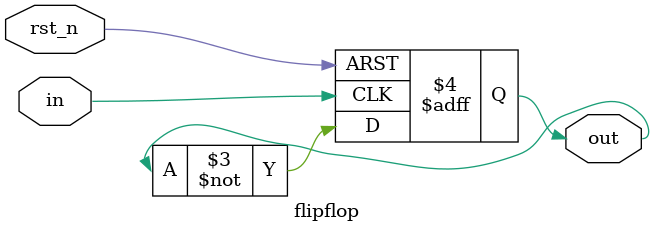
<source format=v>
`timescale 1 ns/ 1 ps
module flipflop
(
	input wire rst_n,
    input wire in,
    output reg out
);
    
always @(negedge rst_n, posedge in) begin
	if(!rst_n) out <= 0;
	else 	   out <= ~out;
end
endmodule
</source>
